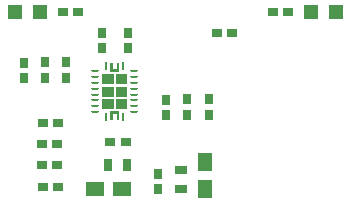
<source format=gtp>
G04*
G04 #@! TF.GenerationSoftware,Altium Limited,Altium Designer,24.8.2 (39)*
G04*
G04 Layer_Color=8421504*
%FSLAX23Y23*%
%MOIN*%
G70*
G04*
G04 #@! TF.SameCoordinates,0D03BC48-351D-4F96-96CD-3B8D4E6E46E2*
G04*
G04*
G04 #@! TF.FilePolarity,Positive*
G04*
G01*
G75*
%ADD19R,0.028X0.035*%
G04:AMPARAMS|DCode=20|XSize=9mil|YSize=24mil|CornerRadius=2mil|HoleSize=0mil|Usage=FLASHONLY|Rotation=180.000|XOffset=0mil|YOffset=0mil|HoleType=Round|Shape=RoundedRectangle|*
%AMROUNDEDRECTD20*
21,1,0.009,0.020,0,0,180.0*
21,1,0.005,0.024,0,0,180.0*
1,1,0.004,-0.003,0.010*
1,1,0.004,0.003,0.010*
1,1,0.004,0.003,-0.010*
1,1,0.004,-0.003,-0.010*
%
%ADD20ROUNDEDRECTD20*%
G04:AMPARAMS|DCode=21|XSize=24mil|YSize=9mil|CornerRadius=2mil|HoleSize=0mil|Usage=FLASHONLY|Rotation=180.000|XOffset=0mil|YOffset=0mil|HoleType=Round|Shape=RoundedRectangle|*
%AMROUNDEDRECTD21*
21,1,0.024,0.005,0,0,180.0*
21,1,0.020,0.009,0,0,180.0*
1,1,0.004,-0.010,0.003*
1,1,0.004,0.010,0.003*
1,1,0.004,0.010,-0.003*
1,1,0.004,-0.010,-0.003*
%
%ADD21ROUNDEDRECTD21*%
%ADD22R,0.035X0.028*%
%ADD23R,0.040X0.030*%
%ADD24R,0.050X0.060*%
%ADD25R,0.030X0.040*%
%ADD26R,0.060X0.050*%
%ADD27R,0.047X0.047*%
G36*
X1523Y2902D02*
X1523Y2902D01*
X1523Y2902D01*
X1523Y2902D01*
X1523Y2902D01*
X1523Y2902D01*
X1523Y2902D01*
X1523Y2902D01*
X1523Y2901D01*
X1523Y2901D01*
X1524Y2901D01*
X1524Y2901D01*
X1524Y2901D01*
X1524Y2901D01*
X1524Y2901D01*
X1524Y2901D01*
X1524Y2901D01*
X1524Y2901D01*
X1524Y2901D01*
X1524Y2901D01*
X1524Y2901D01*
X1524Y2901D01*
X1524Y2900D01*
X1524Y2900D01*
X1524Y2900D01*
X1524Y2900D01*
X1524Y2900D01*
X1524Y2900D01*
X1524Y2900D01*
X1524Y2900D01*
Y2871D01*
X1495D01*
Y2900D01*
X1495Y2900D01*
X1495Y2900D01*
X1495Y2900D01*
X1495Y2900D01*
X1495Y2900D01*
X1495Y2900D01*
X1495Y2900D01*
X1495Y2901D01*
X1495Y2901D01*
X1495Y2901D01*
X1495Y2901D01*
X1495Y2901D01*
X1495Y2901D01*
X1495Y2901D01*
X1495Y2901D01*
X1496Y2901D01*
X1496Y2901D01*
X1496Y2901D01*
X1496Y2901D01*
X1496Y2901D01*
X1496Y2901D01*
X1496Y2902D01*
X1496Y2902D01*
X1496Y2902D01*
X1496Y2902D01*
X1496Y2902D01*
X1497Y2902D01*
X1497Y2902D01*
X1497Y2902D01*
X1497Y2902D01*
X1501D01*
X1501Y2902D01*
X1501Y2902D01*
X1501Y2902D01*
X1501Y2902D01*
X1501Y2902D01*
X1501Y2902D01*
X1501Y2902D01*
X1502Y2902D01*
X1502Y2901D01*
X1502Y2901D01*
X1502Y2901D01*
X1502Y2901D01*
X1502Y2901D01*
X1502Y2901D01*
X1502Y2901D01*
X1502Y2901D01*
X1502Y2901D01*
X1502Y2901D01*
X1502Y2901D01*
X1502Y2901D01*
X1503Y2901D01*
X1503Y2901D01*
X1503Y2900D01*
X1503Y2900D01*
X1503Y2900D01*
X1503Y2900D01*
X1503Y2900D01*
X1503Y2900D01*
X1503Y2900D01*
X1503Y2900D01*
X1503Y2881D01*
X1517D01*
X1517Y2900D01*
X1517Y2900D01*
X1517Y2900D01*
X1517Y2900D01*
X1517Y2900D01*
X1517Y2900D01*
X1517Y2900D01*
X1517Y2900D01*
X1517Y2901D01*
X1517Y2901D01*
X1517Y2901D01*
X1517Y2901D01*
X1517Y2901D01*
X1517Y2901D01*
X1517Y2901D01*
X1517Y2901D01*
X1517Y2901D01*
X1517Y2901D01*
X1517Y2901D01*
X1517Y2901D01*
X1518Y2901D01*
X1518Y2901D01*
X1518Y2902D01*
X1518Y2902D01*
X1518Y2902D01*
X1518Y2902D01*
X1518Y2902D01*
X1518Y2902D01*
X1518Y2902D01*
X1518Y2902D01*
X1519Y2902D01*
X1522D01*
X1523Y2902D01*
D02*
G37*
G36*
X1550Y2830D02*
X1514D01*
Y2863D01*
X1550D01*
Y2830D01*
D02*
G37*
G36*
X1506D02*
X1469D01*
Y2863D01*
X1506D01*
Y2830D01*
D02*
G37*
G36*
X1550Y2788D02*
X1514D01*
Y2822D01*
X1550D01*
Y2788D01*
D02*
G37*
G36*
X1506D02*
X1469D01*
Y2822D01*
X1506D01*
Y2788D01*
D02*
G37*
G36*
X1550Y2747D02*
X1514D01*
Y2781D01*
X1550D01*
Y2747D01*
D02*
G37*
G36*
X1506D02*
X1469D01*
Y2781D01*
X1506D01*
Y2747D01*
D02*
G37*
G36*
X1524Y2711D02*
X1524Y2711D01*
X1524Y2711D01*
X1524Y2710D01*
X1524Y2710D01*
X1524Y2710D01*
X1524Y2710D01*
X1524Y2710D01*
X1524Y2710D01*
X1524Y2710D01*
X1524Y2710D01*
X1524Y2710D01*
X1524Y2710D01*
X1524Y2709D01*
X1524Y2709D01*
X1524Y2709D01*
X1524Y2709D01*
X1524Y2709D01*
X1524Y2709D01*
X1524Y2709D01*
X1523Y2709D01*
X1523Y2709D01*
X1523Y2709D01*
X1523Y2709D01*
X1523Y2709D01*
X1523Y2709D01*
X1523Y2709D01*
X1523Y2709D01*
X1523Y2709D01*
X1523Y2709D01*
X1522Y2709D01*
X1519Y2709D01*
X1518Y2709D01*
X1518Y2709D01*
X1518Y2709D01*
X1518Y2709D01*
X1518Y2709D01*
X1518Y2709D01*
X1518Y2709D01*
X1518Y2709D01*
X1518Y2709D01*
X1518Y2709D01*
X1517Y2709D01*
X1517Y2709D01*
X1517Y2709D01*
X1517Y2709D01*
X1517Y2709D01*
X1517Y2709D01*
X1517Y2709D01*
X1517Y2710D01*
X1517Y2710D01*
X1517Y2710D01*
X1517Y2710D01*
X1517Y2710D01*
X1517Y2710D01*
X1517Y2710D01*
X1517Y2710D01*
X1517Y2710D01*
X1517Y2710D01*
X1517Y2711D01*
X1517Y2711D01*
X1517Y2711D01*
X1517Y2729D01*
X1503D01*
X1503Y2711D01*
X1503Y2711D01*
X1503Y2711D01*
X1503Y2710D01*
X1503Y2710D01*
X1503Y2710D01*
X1503Y2710D01*
X1503Y2710D01*
X1503Y2710D01*
X1503Y2710D01*
X1502Y2710D01*
X1502Y2710D01*
X1502Y2710D01*
X1502Y2709D01*
X1502Y2709D01*
X1502Y2709D01*
X1502Y2709D01*
X1502Y2709D01*
X1502Y2709D01*
X1502Y2709D01*
X1502Y2709D01*
X1502Y2709D01*
X1502Y2709D01*
X1501Y2709D01*
X1501Y2709D01*
X1501Y2709D01*
X1501Y2709D01*
X1501Y2709D01*
X1501Y2709D01*
X1501Y2709D01*
X1501Y2709D01*
X1497Y2709D01*
X1497Y2709D01*
X1497Y2709D01*
X1497Y2709D01*
X1496Y2709D01*
X1496Y2709D01*
X1496Y2709D01*
X1496Y2709D01*
X1496Y2709D01*
X1496Y2709D01*
X1496Y2709D01*
X1496Y2709D01*
X1496Y2709D01*
X1496Y2709D01*
X1496Y2709D01*
X1495Y2709D01*
X1495Y2709D01*
X1495Y2709D01*
X1495Y2710D01*
X1495Y2710D01*
X1495Y2710D01*
X1495Y2710D01*
X1495Y2710D01*
X1495Y2710D01*
X1495Y2710D01*
X1495Y2710D01*
X1495Y2710D01*
X1495Y2710D01*
X1495Y2711D01*
X1495Y2711D01*
X1495Y2711D01*
Y2739D01*
X1524D01*
Y2711D01*
D02*
G37*
D19*
X1555Y2951D02*
D03*
Y3002D02*
D03*
X1467Y2951D02*
D03*
Y3002D02*
D03*
X1752Y2780D02*
D03*
Y2728D02*
D03*
X1823Y2780D02*
D03*
Y2728D02*
D03*
X1654Y2531D02*
D03*
Y2480D02*
D03*
X1681Y2778D02*
D03*
Y2727D02*
D03*
X1348Y2852D02*
D03*
Y2904D02*
D03*
X1277Y2852D02*
D03*
Y2904D02*
D03*
X1206Y2901D02*
D03*
Y2849D02*
D03*
D20*
X1539Y2721D02*
D03*
X1480D02*
D03*
X1539Y2890D02*
D03*
X1480D02*
D03*
D21*
X1575Y2795D02*
D03*
Y2815D02*
D03*
X1575Y2835D02*
D03*
Y2854D02*
D03*
Y2874D02*
D03*
Y2776D02*
D03*
Y2756D02*
D03*
Y2736D02*
D03*
X1445Y2795D02*
D03*
Y2815D02*
D03*
X1445Y2835D02*
D03*
Y2854D02*
D03*
Y2874D02*
D03*
Y2776D02*
D03*
Y2756D02*
D03*
Y2736D02*
D03*
D22*
X1850Y3002D02*
D03*
X1902D02*
D03*
X1268Y2559D02*
D03*
X1319D02*
D03*
X1268Y2630D02*
D03*
X1319D02*
D03*
X1270Y2488D02*
D03*
X1321D02*
D03*
X1270Y2701D02*
D03*
X1321D02*
D03*
X1337Y3072D02*
D03*
X1388D02*
D03*
X2087Y3071D02*
D03*
X2036D02*
D03*
X1546Y2638D02*
D03*
X1495D02*
D03*
D23*
X1732Y2480D02*
D03*
Y2544D02*
D03*
D24*
X1811Y2480D02*
D03*
Y2570D02*
D03*
D25*
X1486Y2559D02*
D03*
X1550D02*
D03*
D26*
X1445Y2480D02*
D03*
X1535D02*
D03*
D27*
X1179Y3071D02*
D03*
X1262D02*
D03*
X2246D02*
D03*
X2163D02*
D03*
M02*

</source>
